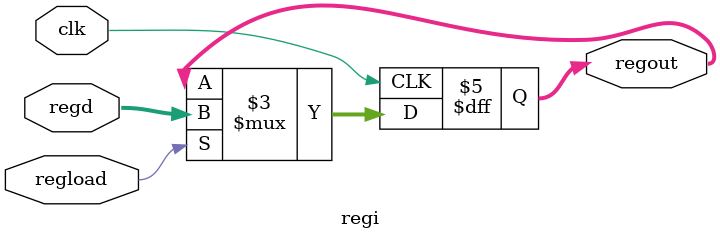
<source format=v>
module regi(regd, regload, regout, clk);
input [21:0] regd;
input regload;
output reg [21:0] regout;
input clk;

always@(posedge clk)
begin
if(regload)
    begin
    regout=regd;
    end
else
    begin
    regout=regout;
    end
end
endmodule
</source>
